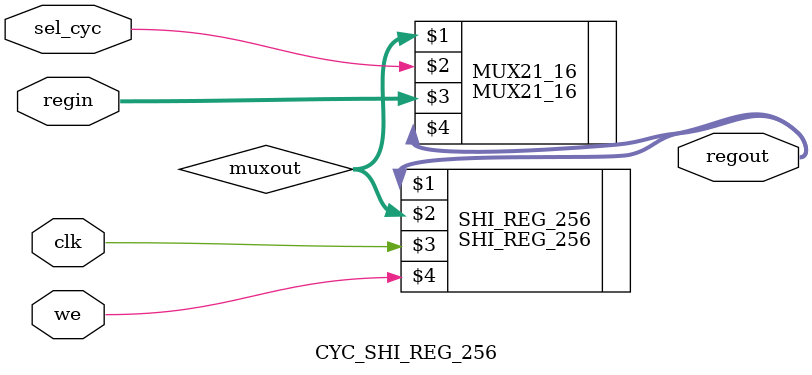
<source format=v>
module  CYC_SHI_REG_256(regout,regin,clk,we,sel_cyc);
  output [15:0] regout;
  input [15:0] regin;
  input  clk,we,sel_cyc;
  wire [15:0] muxout;        

  MUX21_16  MUX21_16(muxout,sel_cyc,regin,regout);
  SHI_REG_256  SHI_REG_256(regout,muxout,clk,we);  
endmodule
</source>
